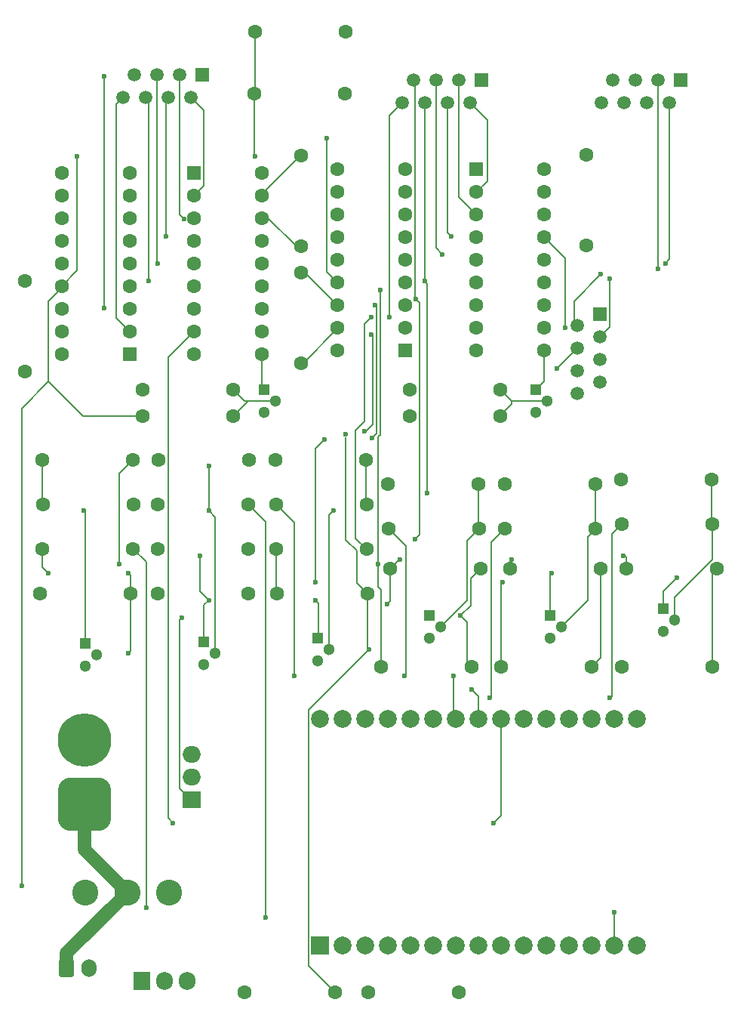
<source format=gtl>
G04 #@! TF.GenerationSoftware,KiCad,Pcbnew,9.0.2*
G04 #@! TF.CreationDate,2025-06-26T10:54:21-04:00*
G04 #@! TF.ProjectId,caeluspcb,6361656c-7573-4706-9362-2e6b69636164,rev?*
G04 #@! TF.SameCoordinates,Original*
G04 #@! TF.FileFunction,Copper,L1,Top*
G04 #@! TF.FilePolarity,Positive*
%FSLAX46Y46*%
G04 Gerber Fmt 4.6, Leading zero omitted, Abs format (unit mm)*
G04 Created by KiCad (PCBNEW 9.0.2) date 2025-06-26 10:54:21*
%MOMM*%
%LPD*%
G01*
G04 APERTURE LIST*
G04 Aperture macros list*
%AMRoundRect*
0 Rectangle with rounded corners*
0 $1 Rounding radius*
0 $2 $3 $4 $5 $6 $7 $8 $9 X,Y pos of 4 corners*
0 Add a 4 corners polygon primitive as box body*
4,1,4,$2,$3,$4,$5,$6,$7,$8,$9,$2,$3,0*
0 Add four circle primitives for the rounded corners*
1,1,$1+$1,$2,$3*
1,1,$1+$1,$4,$5*
1,1,$1+$1,$6,$7*
1,1,$1+$1,$8,$9*
0 Add four rect primitives between the rounded corners*
20,1,$1+$1,$2,$3,$4,$5,0*
20,1,$1+$1,$4,$5,$6,$7,0*
20,1,$1+$1,$6,$7,$8,$9,0*
20,1,$1+$1,$8,$9,$2,$3,0*%
G04 Aperture macros list end*
G04 #@! TA.AperFunction,ComponentPad*
%ADD10R,1.300000X1.300000*%
G04 #@! TD*
G04 #@! TA.AperFunction,ComponentPad*
%ADD11C,1.300000*%
G04 #@! TD*
G04 #@! TA.AperFunction,ComponentPad*
%ADD12C,1.600000*%
G04 #@! TD*
G04 #@! TA.AperFunction,ComponentPad*
%ADD13RoundRect,0.250000X0.550000X0.550000X-0.550000X0.550000X-0.550000X-0.550000X0.550000X-0.550000X0*%
G04 #@! TD*
G04 #@! TA.AperFunction,ComponentPad*
%ADD14R,1.500000X1.500000*%
G04 #@! TD*
G04 #@! TA.AperFunction,ComponentPad*
%ADD15C,1.500000*%
G04 #@! TD*
G04 #@! TA.AperFunction,ComponentPad*
%ADD16RoundRect,1.500000X1.500000X-1.500000X1.500000X1.500000X-1.500000X1.500000X-1.500000X-1.500000X0*%
G04 #@! TD*
G04 #@! TA.AperFunction,ComponentPad*
%ADD17C,6.000000*%
G04 #@! TD*
G04 #@! TA.AperFunction,ComponentPad*
%ADD18C,2.921000*%
G04 #@! TD*
G04 #@! TA.AperFunction,ComponentPad*
%ADD19R,2.000000X1.905000*%
G04 #@! TD*
G04 #@! TA.AperFunction,ComponentPad*
%ADD20O,2.000000X1.905000*%
G04 #@! TD*
G04 #@! TA.AperFunction,ComponentPad*
%ADD21R,1.905000X2.000000*%
G04 #@! TD*
G04 #@! TA.AperFunction,ComponentPad*
%ADD22O,1.905000X2.000000*%
G04 #@! TD*
G04 #@! TA.AperFunction,ComponentPad*
%ADD23R,2.000000X2.000000*%
G04 #@! TD*
G04 #@! TA.AperFunction,ComponentPad*
%ADD24C,2.000000*%
G04 #@! TD*
G04 #@! TA.AperFunction,ComponentPad*
%ADD25RoundRect,0.250000X-0.550000X-0.550000X0.550000X-0.550000X0.550000X0.550000X-0.550000X0.550000X0*%
G04 #@! TD*
G04 #@! TA.AperFunction,ComponentPad*
%ADD26RoundRect,0.250000X-0.600000X-0.750000X0.600000X-0.750000X0.600000X0.750000X-0.600000X0.750000X0*%
G04 #@! TD*
G04 #@! TA.AperFunction,ComponentPad*
%ADD27O,1.700000X2.000000*%
G04 #@! TD*
G04 #@! TA.AperFunction,ViaPad*
%ADD28C,0.600000*%
G04 #@! TD*
G04 #@! TA.AperFunction,Conductor*
%ADD29C,0.200000*%
G04 #@! TD*
G04 #@! TA.AperFunction,Conductor*
%ADD30C,1.500000*%
G04 #@! TD*
G04 APERTURE END LIST*
D10*
G04 #@! TO.P,Q4,1,C*
G04 #@! TO.N,Net-(Q4-C)*
X76230000Y-143230000D03*
D11*
G04 #@! TO.P,Q4,2,B*
G04 #@! TO.N,Net-(Q4-B)*
X77500000Y-144500000D03*
G04 #@! TO.P,Q4,3,E*
G04 #@! TO.N,GND*
X76230000Y-145770000D03*
G04 #@! TD*
D12*
G04 #@! TO.P,R20,1*
G04 #@! TO.N,Net-(U3-OSC2)*
X43367500Y-103180000D03*
G04 #@! TO.P,R20,2*
G04 #@! TO.N,Net-(U3-OSC1)*
X43367500Y-113340000D03*
G04 #@! TD*
G04 #@! TO.P,R18,1*
G04 #@! TO.N,Net-(U1-OSC2)*
X106367500Y-99260000D03*
G04 #@! TO.P,R18,2*
G04 #@! TO.N,Net-(U1-OSC1)*
X106367500Y-89100000D03*
G04 #@! TD*
D13*
G04 #@! TO.P,U2,1,NC*
G04 #@! TO.N,unconnected-(U2-NC-Pad1)*
X86045000Y-111040000D03*
D12*
G04 #@! TO.P,U2,2,A0*
G04 #@! TO.N,IGN_O*
X86045000Y-108500000D03*
G04 #@! TO.P,U2,3,A1*
G04 #@! TO.N,MPV_2O*
X86045000Y-105960000D03*
G04 #@! TO.P,U2,4,A2*
G04 #@! TO.N,MPV_1O*
X86045000Y-103420000D03*
G04 #@! TO.P,U2,5,A3*
G04 #@! TO.N,Net-(U1-A3)*
X86045000Y-100880000D03*
G04 #@! TO.P,U2,6,A4*
G04 #@! TO.N,Net-(U1-A2)*
X86045000Y-98340000D03*
G04 #@! TO.P,U2,7,A5*
G04 #@! TO.N,Net-(U1-A1)*
X86045000Y-95800000D03*
G04 #@! TO.P,U2,8,A6*
G04 #@! TO.N,Net-(U1-A0)*
X86045000Y-93260000D03*
G04 #@! TO.P,U2,9,A7*
G04 #@! TO.N,unconnected-(U2-A7-Pad9)*
X86045000Y-90720000D03*
G04 #@! TO.P,U2,10,VSS*
G04 #@! TO.N,GND*
X78425000Y-90720000D03*
G04 #@! TO.P,U2,11,AD8*
G04 #@! TO.N,unconnected-(U2-AD8-Pad11)*
X78425000Y-93260000D03*
G04 #@! TO.P,U2,12,AD9*
G04 #@! TO.N,unconnected-(U2-AD9-Pad12)*
X78425000Y-95800000D03*
G04 #@! TO.P,U2,13,AD10*
G04 #@! TO.N,unconnected-(U2-AD10-Pad13)*
X78425000Y-98340000D03*
G04 #@! TO.P,U2,14,AD11*
G04 #@! TO.N,unconnected-(U2-AD11-Pad14)*
X78425000Y-100880000D03*
G04 #@! TO.P,U2,15,~{TE}*
G04 #@! TO.N,DEC*
X78425000Y-103420000D03*
G04 #@! TO.P,U2,16,OSC2*
G04 #@! TO.N,Net-(U2-OSC2)*
X78425000Y-105960000D03*
G04 #@! TO.P,U2,17,OSC1*
G04 #@! TO.N,Net-(U2-OSC1)*
X78425000Y-108500000D03*
G04 #@! TO.P,U2,18,DOUT*
G04 #@! TO.N,DOUT_2*
X78425000Y-111040000D03*
G04 #@! TD*
G04 #@! TO.P,R24,1*
G04 #@! TO.N,Net-(Q6-B)*
X107350000Y-126000000D03*
G04 #@! TO.P,R24,2*
G04 #@! TO.N,GND*
X97190000Y-126000000D03*
G04 #@! TD*
G04 #@! TO.P,R32,1*
G04 #@! TO.N,MPV_1O*
X83340000Y-146500000D03*
G04 #@! TO.P,R32,2*
G04 #@! TO.N,Net-(Q5-C)*
X93500000Y-146500000D03*
G04 #@! TD*
G04 #@! TO.P,R26,1*
G04 #@! TO.N,Net-(Q6-C)*
X108000000Y-135500000D03*
G04 #@! TO.P,R26,2*
G04 #@! TO.N,+12V*
X97840000Y-135500000D03*
G04 #@! TD*
D14*
G04 #@! TO.P,J2,1*
G04 #@! TO.N,GND*
X94580000Y-80730000D03*
D15*
G04 #@! TO.P,J2,2*
G04 #@! TO.N,Net-(U1-A0)*
X93310000Y-83270000D03*
G04 #@! TO.P,J2,3*
G04 #@! TO.N,Net-(U1-A1)*
X92040000Y-80730000D03*
G04 #@! TO.P,J2,4*
G04 #@! TO.N,Net-(U1-A2)*
X90770000Y-83270000D03*
G04 #@! TO.P,J2,5*
G04 #@! TO.N,Net-(U1-A3)*
X89500000Y-80730000D03*
G04 #@! TO.P,J2,6*
G04 #@! TO.N,MPV_1*
X88230000Y-83270000D03*
G04 #@! TO.P,J2,7*
G04 #@! TO.N,MPV_2*
X86960000Y-80730000D03*
G04 #@! TO.P,J2,8*
G04 #@! TO.N,IGN*
X85690000Y-83270000D03*
G04 #@! TD*
D12*
G04 #@! TO.P,R21,1*
G04 #@! TO.N,Net-(Q5-B)*
X94270000Y-126000000D03*
G04 #@! TO.P,R21,2*
G04 #@! TO.N,GND*
X84110000Y-126000000D03*
G04 #@! TD*
G04 #@! TO.P,R7,1*
G04 #@! TO.N,MPV_2*
X68430000Y-133270000D03*
G04 #@! TO.P,R7,2*
G04 #@! TO.N,Net-(Q3-C)*
X58270000Y-133270000D03*
G04 #@! TD*
G04 #@! TO.P,R22,1*
G04 #@! TO.N,N_O1*
X84190000Y-131000000D03*
G04 #@! TO.P,R22,2*
G04 #@! TO.N,Net-(Q5-B)*
X94350000Y-131000000D03*
G04 #@! TD*
G04 #@! TO.P,R14,1*
G04 #@! TO.N,Net-(Q2-C)*
X45350000Y-123270000D03*
G04 #@! TO.P,R14,2*
G04 #@! TO.N,MPV_1O*
X55510000Y-123270000D03*
G04 #@! TD*
D14*
G04 #@! TO.P,J1,1*
G04 #@! TO.N,GND*
X116970000Y-80730000D03*
D15*
G04 #@! TO.P,J1,2*
G04 #@! TO.N,RX*
X115700000Y-83270000D03*
G04 #@! TO.P,J1,3*
G04 #@! TO.N,TX*
X114430000Y-80730000D03*
G04 #@! TO.P,J1,4*
G04 #@! TO.N,unconnected-(J1-Pad4)*
X113160000Y-83270000D03*
G04 #@! TO.P,J1,5*
G04 #@! TO.N,unconnected-(J1-Pad5)*
X111890000Y-80730000D03*
G04 #@! TO.P,J1,6*
G04 #@! TO.N,unconnected-(J1-Pad6)*
X110620000Y-83270000D03*
G04 #@! TO.P,J1,7*
G04 #@! TO.N,unconnected-(J1-Pad7)*
X109350000Y-80730000D03*
G04 #@! TO.P,J1,8*
G04 #@! TO.N,unconnected-(J1-Pad8)*
X108080000Y-83270000D03*
G04 #@! TD*
D16*
G04 #@! TO.P,J6,1,POS*
G04 #@! TO.N,+12V*
X50075000Y-161900000D03*
D17*
G04 #@! TO.P,J6,2,NEG*
G04 #@! TO.N,GND*
X50075000Y-154700000D03*
G04 #@! TD*
D10*
G04 #@! TO.P,Q9,1,C*
G04 #@! TO.N,Net-(Q9-C)*
X70240000Y-115380000D03*
D11*
G04 #@! TO.P,Q9,2,B*
G04 #@! TO.N,Net-(Q9-B)*
X71510000Y-116650000D03*
G04 #@! TO.P,Q9,3,E*
G04 #@! TO.N,GND*
X70240000Y-117920000D03*
G04 #@! TD*
D12*
G04 #@! TO.P,R4,1*
G04 #@! TO.N,Net-(Q2-B)*
X55270000Y-138270000D03*
G04 #@! TO.P,R4,2*
G04 #@! TO.N,GND*
X45110000Y-138270000D03*
G04 #@! TD*
G04 #@! TO.P,R17,1*
G04 #@! TO.N,Net-(U5-OSC2)*
X74367500Y-99340000D03*
G04 #@! TO.P,R17,2*
G04 #@! TO.N,Net-(U5-OSC1)*
X74367500Y-89180000D03*
G04 #@! TD*
G04 #@! TO.P,R9,1*
G04 #@! TO.N,CTRL_3*
X71540000Y-128270000D03*
G04 #@! TO.P,R9,2*
G04 #@! TO.N,Net-(Q4-B)*
X81700000Y-128270000D03*
G04 #@! TD*
G04 #@! TO.P,R1,1*
G04 #@! TO.N,DEC*
X69160000Y-82260000D03*
G04 #@! TO.P,R1,2*
G04 #@! TO.N,GND*
X79320000Y-82260000D03*
G04 #@! TD*
G04 #@! TO.P,R28,1*
G04 #@! TO.N,N_O3*
X110340000Y-130500000D03*
G04 #@! TO.P,R28,2*
G04 #@! TO.N,Net-(Q7-B)*
X120500000Y-130500000D03*
G04 #@! TD*
D18*
G04 #@! TO.P,SW1,1,A*
G04 #@! TO.N,DEC*
X50177000Y-171800000D03*
G04 #@! TO.P,SW1,2,B*
G04 #@! TO.N,+12V*
X54876000Y-171800000D03*
G04 #@! TO.P,SW1,3,C*
G04 #@! TO.N,unconnected-(SW1-C-Pad3)*
X59575000Y-171800000D03*
G04 #@! TD*
D12*
G04 #@! TO.P,R19,1*
G04 #@! TO.N,Net-(U2-OSC2)*
X74367500Y-102260000D03*
G04 #@! TO.P,R19,2*
G04 #@! TO.N,Net-(U2-OSC1)*
X74367500Y-112420000D03*
G04 #@! TD*
G04 #@! TO.P,R16,1*
G04 #@! TO.N,Net-(Q4-C)*
X71620000Y-138270000D03*
G04 #@! TO.P,R16,2*
G04 #@! TO.N,IGN_O*
X81780000Y-138270000D03*
G04 #@! TD*
G04 #@! TO.P,R6,1*
G04 #@! TO.N,CTRL_2*
X68430000Y-128270000D03*
G04 #@! TO.P,R6,2*
G04 #@! TO.N,Net-(Q3-B)*
X58270000Y-128270000D03*
G04 #@! TD*
G04 #@! TO.P,R15,1*
G04 #@! TO.N,Net-(Q3-C)*
X68430000Y-138270000D03*
G04 #@! TO.P,R15,2*
G04 #@! TO.N,MPV_2O*
X58270000Y-138270000D03*
G04 #@! TD*
D19*
G04 #@! TO.P,U6,1,IN*
G04 #@! TO.N,+12V*
X62075000Y-161380000D03*
D20*
G04 #@! TO.P,U6,2,GND*
G04 #@! TO.N,GND*
X62075000Y-158840000D03*
G04 #@! TO.P,U6,3,OUT*
G04 #@! TO.N,+5V*
X62075000Y-156300000D03*
G04 #@! TD*
D10*
G04 #@! TO.P,Q7,1,C*
G04 #@! TO.N,Net-(Q7-C)*
X115000000Y-140000000D03*
D11*
G04 #@! TO.P,Q7,2,B*
G04 #@! TO.N,Net-(Q7-B)*
X116270000Y-141270000D03*
G04 #@! TO.P,Q7,3,E*
G04 #@! TO.N,GND*
X115000000Y-142540000D03*
G04 #@! TD*
D12*
G04 #@! TO.P,R35,1*
G04 #@! TO.N,Net-(Q9-B)*
X66740000Y-115380000D03*
G04 #@! TO.P,R35,2*
G04 #@! TO.N,GND*
X56580000Y-115380000D03*
G04 #@! TD*
G04 #@! TO.P,R27,1*
G04 #@! TO.N,Net-(Q7-B)*
X120420000Y-125500000D03*
G04 #@! TO.P,R27,2*
G04 #@! TO.N,GND*
X110260000Y-125500000D03*
G04 #@! TD*
D21*
G04 #@! TO.P,Q1,1,G*
G04 #@! TO.N,Net-(Q1-G)*
X56535000Y-181750000D03*
D22*
G04 #@! TO.P,Q1,2,D*
G04 #@! TO.N,Net-(J5-NEG)*
X59075000Y-181750000D03*
G04 #@! TO.P,Q1,3,S*
G04 #@! TO.N,GND*
X61615000Y-181750000D03*
G04 #@! TD*
D12*
G04 #@! TO.P,R3,1*
G04 #@! TO.N,CTRL_1*
X55510000Y-133270000D03*
G04 #@! TO.P,R3,2*
G04 #@! TO.N,Net-(Q2-B)*
X45350000Y-133270000D03*
G04 #@! TD*
G04 #@! TO.P,R11,1*
G04 #@! TO.N,DEC*
X69240000Y-75260000D03*
G04 #@! TO.P,R11,2*
G04 #@! TO.N,GND*
X79400000Y-75260000D03*
G04 #@! TD*
G04 #@! TO.P,R25,1*
G04 #@! TO.N,N_O2*
X97270000Y-131000000D03*
G04 #@! TO.P,R25,2*
G04 #@! TO.N,Net-(Q6-B)*
X107430000Y-131000000D03*
G04 #@! TD*
D13*
G04 #@! TO.P,U3,1,NC*
G04 #@! TO.N,unconnected-(U3-NC-Pad1)*
X55127500Y-111420000D03*
D12*
G04 #@! TO.P,U3,2,A0*
G04 #@! TO.N,AUTO*
X55127500Y-108880000D03*
G04 #@! TO.P,U3,3,A1*
G04 #@! TO.N,Net-(U3-A1)*
X55127500Y-106340000D03*
G04 #@! TO.P,U3,4,A2*
G04 #@! TO.N,Net-(U3-A2)*
X55127500Y-103800000D03*
G04 #@! TO.P,U3,5,A3*
G04 #@! TO.N,Net-(U3-A3)*
X55127500Y-101260000D03*
G04 #@! TO.P,U3,6,A4*
G04 #@! TO.N,Net-(U3-A4)*
X55127500Y-98720000D03*
G04 #@! TO.P,U3,7,A5*
G04 #@! TO.N,Net-(U3-A5)*
X55127500Y-96180000D03*
G04 #@! TO.P,U3,8,A6*
G04 #@! TO.N,Net-(U3-A6)*
X55127500Y-93640000D03*
G04 #@! TO.P,U3,9,A7*
G04 #@! TO.N,unconnected-(U3-A7-Pad9)*
X55127500Y-91100000D03*
G04 #@! TO.P,U3,10,VSS*
G04 #@! TO.N,GND*
X47507500Y-91100000D03*
G04 #@! TO.P,U3,11,AD8*
G04 #@! TO.N,unconnected-(U3-AD8-Pad11)*
X47507500Y-93640000D03*
G04 #@! TO.P,U3,12,AD9*
G04 #@! TO.N,unconnected-(U3-AD9-Pad12)*
X47507500Y-96180000D03*
G04 #@! TO.P,U3,13,AD10*
G04 #@! TO.N,unconnected-(U3-AD10-Pad13)*
X47507500Y-98720000D03*
G04 #@! TO.P,U3,14,AD11*
G04 #@! TO.N,unconnected-(U3-AD11-Pad14)*
X47507500Y-101260000D03*
G04 #@! TO.P,U3,15,~{TE}*
G04 #@! TO.N,DEC*
X47507500Y-103800000D03*
G04 #@! TO.P,U3,16,OSC2*
G04 #@! TO.N,Net-(U3-OSC2)*
X47507500Y-106340000D03*
G04 #@! TO.P,U3,17,OSC1*
G04 #@! TO.N,Net-(U3-OSC1)*
X47507500Y-108880000D03*
G04 #@! TO.P,U3,18,DOUT*
G04 #@! TO.N,DOUT*
X47507500Y-111420000D03*
G04 #@! TD*
G04 #@! TO.P,R36,1*
G04 #@! TO.N,DEC*
X56580000Y-118380000D03*
G04 #@! TO.P,R36,2*
G04 #@! TO.N,Net-(Q9-B)*
X66740000Y-118380000D03*
G04 #@! TD*
D23*
G04 #@! TO.P,U4,1,3V3*
G04 #@! TO.N,unconnected-(U4-3V3-Pad1)*
X76485000Y-177700000D03*
D24*
G04 #@! TO.P,U4,2,GND*
G04 #@! TO.N,GND*
X79025000Y-177700000D03*
G04 #@! TO.P,U4,3,D15*
G04 #@! TO.N,unconnected-(U4-D15-Pad3)*
X81565000Y-177700000D03*
G04 #@! TO.P,U4,4,D2*
G04 #@! TO.N,unconnected-(U4-D2-Pad4)*
X84105000Y-177700000D03*
G04 #@! TO.P,U4,5,D4*
G04 #@! TO.N,unconnected-(U4-D4-Pad5)*
X86645000Y-177700000D03*
G04 #@! TO.P,U4,6,RX2*
G04 #@! TO.N,unconnected-(U4-RX2-Pad6)*
X89185000Y-177700000D03*
G04 #@! TO.P,U4,7,TX2*
G04 #@! TO.N,unconnected-(U4-TX2-Pad7)*
X91725000Y-177700000D03*
G04 #@! TO.P,U4,8,D5*
G04 #@! TO.N,unconnected-(U4-D5-Pad8)*
X94265000Y-177700000D03*
G04 #@! TO.P,U4,9,D18*
G04 #@! TO.N,unconnected-(U4-D18-Pad9)*
X96805000Y-177700000D03*
G04 #@! TO.P,U4,10,D19*
G04 #@! TO.N,unconnected-(U4-D19-Pad10)*
X99345000Y-177700000D03*
G04 #@! TO.P,U4,11,D21*
G04 #@! TO.N,unconnected-(U4-D21-Pad11)*
X101885000Y-177700000D03*
G04 #@! TO.P,U4,12,RX0*
G04 #@! TO.N,unconnected-(U4-RX0-Pad12)*
X104425000Y-177700000D03*
G04 #@! TO.P,U4,13,TX0*
G04 #@! TO.N,unconnected-(U4-TX0-Pad13)*
X106965000Y-177700000D03*
G04 #@! TO.P,U4,14,D22*
G04 #@! TO.N,CTRL_1*
X109505000Y-177700000D03*
G04 #@! TO.P,U4,15,D23*
G04 #@! TO.N,CTRL_2*
X112045000Y-177700000D03*
G04 #@! TO.P,U4,16,EN*
G04 #@! TO.N,unconnected-(U4-EN-Pad16)*
X112045000Y-152300000D03*
G04 #@! TO.P,U4,17,VP*
G04 #@! TO.N,unconnected-(U4-VP-Pad17)*
X109505000Y-152300000D03*
G04 #@! TO.P,U4,18,VN*
G04 #@! TO.N,unconnected-(U4-VN-Pad18)*
X106965000Y-152300000D03*
G04 #@! TO.P,U4,19,D34*
G04 #@! TO.N,unconnected-(U4-D34-Pad19)*
X104425000Y-152300000D03*
G04 #@! TO.P,U4,20,D35*
G04 #@! TO.N,unconnected-(U4-D35-Pad20)*
X101885000Y-152300000D03*
G04 #@! TO.P,U4,21,D32*
G04 #@! TO.N,N_O3*
X99345000Y-152300000D03*
G04 #@! TO.P,U4,22,D33*
G04 #@! TO.N,AUTO*
X96805000Y-152300000D03*
G04 #@! TO.P,U4,23,D25*
G04 #@! TO.N,CTRL_3*
X94265000Y-152300000D03*
G04 #@! TO.P,U4,24,D26*
G04 #@! TO.N,N_O1*
X91725000Y-152300000D03*
G04 #@! TO.P,U4,25,D27*
G04 #@! TO.N,N_O2*
X89185000Y-152300000D03*
G04 #@! TO.P,U4,26,D14*
G04 #@! TO.N,unconnected-(U4-D14-Pad26)*
X86645000Y-152300000D03*
G04 #@! TO.P,U4,27,D12*
G04 #@! TO.N,unconnected-(U4-D12-Pad27)*
X84105000Y-152300000D03*
G04 #@! TO.P,U4,28,D13*
G04 #@! TO.N,unconnected-(U4-D13-Pad28)*
X81565000Y-152300000D03*
G04 #@! TO.P,U4,29,GND*
G04 #@! TO.N,GND*
X79025000Y-152300000D03*
G04 #@! TO.P,U4,30,VIN*
G04 #@! TO.N,+5V*
X76485000Y-152300000D03*
G04 #@! TD*
D12*
G04 #@! TO.P,R12,1*
G04 #@! TO.N,Net-(Q1-G)*
X68000000Y-183000000D03*
G04 #@! TO.P,R12,2*
G04 #@! TO.N,IGN_O*
X78160000Y-183000000D03*
G04 #@! TD*
D10*
G04 #@! TO.P,Q6,1,C*
G04 #@! TO.N,Net-(Q6-C)*
X102270000Y-140730000D03*
D11*
G04 #@! TO.P,Q6,2,B*
G04 #@! TO.N,Net-(Q6-B)*
X103540000Y-142000000D03*
G04 #@! TO.P,Q6,3,E*
G04 #@! TO.N,GND*
X102270000Y-143270000D03*
G04 #@! TD*
D12*
G04 #@! TO.P,R29,1*
G04 #@! TO.N,Net-(Q7-C)*
X121000000Y-135500000D03*
G04 #@! TO.P,R29,2*
G04 #@! TO.N,+12V*
X110840000Y-135500000D03*
G04 #@! TD*
G04 #@! TO.P,R31,1*
G04 #@! TO.N,MPV_2O*
X96840000Y-146500000D03*
G04 #@! TO.P,R31,2*
G04 #@! TO.N,Net-(Q6-C)*
X107000000Y-146500000D03*
G04 #@! TD*
G04 #@! TO.P,R10,1*
G04 #@! TO.N,IGN*
X81700000Y-133270000D03*
G04 #@! TO.P,R10,2*
G04 #@! TO.N,Net-(Q4-C)*
X71540000Y-133270000D03*
G04 #@! TD*
G04 #@! TO.P,R2,1*
G04 #@! TO.N,MPV_1*
X55590000Y-128270000D03*
G04 #@! TO.P,R2,2*
G04 #@! TO.N,Net-(Q2-C)*
X45430000Y-128270000D03*
G04 #@! TD*
G04 #@! TO.P,R13,1*
G04 #@! TO.N,GND*
X92080000Y-183000000D03*
G04 #@! TO.P,R13,2*
G04 #@! TO.N,Net-(Q1-G)*
X81920000Y-183000000D03*
G04 #@! TD*
G04 #@! TO.P,R33,1*
G04 #@! TO.N,Net-(Q8-B)*
X96740000Y-115380000D03*
G04 #@! TO.P,R33,2*
G04 #@! TO.N,GND*
X86580000Y-115380000D03*
G04 #@! TD*
D25*
G04 #@! TO.P,U5,1,NC*
G04 #@! TO.N,unconnected-(U5-NC-Pad1)*
X62367500Y-91100000D03*
D12*
G04 #@! TO.P,U5,2,A0*
G04 #@! TO.N,Net-(U3-A6)*
X62367500Y-93640000D03*
G04 #@! TO.P,U5,3,A1*
G04 #@! TO.N,Net-(U3-A5)*
X62367500Y-96180000D03*
G04 #@! TO.P,U5,4,A2*
G04 #@! TO.N,Net-(U3-A4)*
X62367500Y-98720000D03*
G04 #@! TO.P,U5,5,A3*
G04 #@! TO.N,Net-(U3-A3)*
X62367500Y-101260000D03*
G04 #@! TO.P,U5,6,A4*
G04 #@! TO.N,Net-(U3-A2)*
X62367500Y-103800000D03*
G04 #@! TO.P,U5,7,A5*
G04 #@! TO.N,Net-(U3-A1)*
X62367500Y-106340000D03*
G04 #@! TO.P,U5,8,A6*
G04 #@! TO.N,AUTO*
X62367500Y-108880000D03*
G04 #@! TO.P,U5,9,A7*
G04 #@! TO.N,unconnected-(U5-A7-Pad9)*
X62367500Y-111420000D03*
G04 #@! TO.P,U5,10,VSS*
G04 #@! TO.N,Net-(Q9-C)*
X69987500Y-111420000D03*
G04 #@! TO.P,U5,11,D8*
G04 #@! TO.N,unconnected-(U5-D8-Pad11)*
X69987500Y-108880000D03*
G04 #@! TO.P,U5,12,D9*
G04 #@! TO.N,unconnected-(U5-D9-Pad12)*
X69987500Y-106340000D03*
G04 #@! TO.P,U5,13,D10*
G04 #@! TO.N,unconnected-(U5-D10-Pad13)*
X69987500Y-103800000D03*
G04 #@! TO.P,U5,14,D11*
G04 #@! TO.N,unconnected-(U5-D11-Pad14)*
X69987500Y-101260000D03*
G04 #@! TO.P,U5,15,DIN*
G04 #@! TO.N,DOUT*
X69987500Y-98720000D03*
G04 #@! TO.P,U5,16,OSC2*
G04 #@! TO.N,Net-(U5-OSC2)*
X69987500Y-96180000D03*
G04 #@! TO.P,U5,17,OSC1*
G04 #@! TO.N,Net-(U5-OSC1)*
X69987500Y-93640000D03*
G04 #@! TO.P,U5,18,VT*
G04 #@! TO.N,unconnected-(U5-VT-Pad18)*
X69987500Y-91100000D03*
G04 #@! TD*
D14*
G04 #@! TO.P,J3,1*
G04 #@! TO.N,GND*
X63287500Y-80130000D03*
D15*
G04 #@! TO.P,J3,2*
G04 #@! TO.N,Net-(U3-A6)*
X62017500Y-82670000D03*
G04 #@! TO.P,J3,3*
G04 #@! TO.N,Net-(U3-A5)*
X60747500Y-80130000D03*
G04 #@! TO.P,J3,4*
G04 #@! TO.N,Net-(U3-A4)*
X59477500Y-82670000D03*
G04 #@! TO.P,J3,5*
G04 #@! TO.N,Net-(U3-A3)*
X58207500Y-80130000D03*
G04 #@! TO.P,J3,6*
G04 #@! TO.N,Net-(U3-A2)*
X56937500Y-82670000D03*
G04 #@! TO.P,J3,7*
G04 #@! TO.N,Net-(U3-A1)*
X55667500Y-80130000D03*
G04 #@! TO.P,J3,8*
G04 #@! TO.N,AUTO*
X54397500Y-82670000D03*
G04 #@! TD*
D12*
G04 #@! TO.P,R8,1*
G04 #@! TO.N,Net-(Q4-B)*
X81620000Y-123270000D03*
G04 #@! TO.P,R8,2*
G04 #@! TO.N,GND*
X71460000Y-123270000D03*
G04 #@! TD*
G04 #@! TO.P,R34,1*
G04 #@! TO.N,DEC*
X86580000Y-118380000D03*
G04 #@! TO.P,R34,2*
G04 #@! TO.N,Net-(Q8-B)*
X96740000Y-118380000D03*
G04 #@! TD*
D10*
G04 #@! TO.P,Q8,1,C*
G04 #@! TO.N,Net-(Q8-C)*
X100740000Y-115380000D03*
D11*
G04 #@! TO.P,Q8,2,B*
G04 #@! TO.N,Net-(Q8-B)*
X102010000Y-116650000D03*
G04 #@! TO.P,Q8,3,E*
G04 #@! TO.N,GND*
X100740000Y-117920000D03*
G04 #@! TD*
D12*
G04 #@! TO.P,R30,1*
G04 #@! TO.N,IGN_O*
X110340000Y-146500000D03*
G04 #@! TO.P,R30,2*
G04 #@! TO.N,Net-(Q7-C)*
X120500000Y-146500000D03*
G04 #@! TD*
D10*
G04 #@! TO.P,Q2,1,C*
G04 #@! TO.N,Net-(Q2-C)*
X50160000Y-143880000D03*
D11*
G04 #@! TO.P,Q2,2,B*
G04 #@! TO.N,Net-(Q2-B)*
X51430000Y-145150000D03*
G04 #@! TO.P,Q2,3,E*
G04 #@! TO.N,GND*
X50160000Y-146420000D03*
G04 #@! TD*
D12*
G04 #@! TO.P,R23,1*
G04 #@! TO.N,Net-(Q5-C)*
X94500000Y-135500000D03*
G04 #@! TO.P,R23,2*
G04 #@! TO.N,+12V*
X84340000Y-135500000D03*
G04 #@! TD*
D25*
G04 #@! TO.P,U1,1,NC*
G04 #@! TO.N,unconnected-(U1-NC-Pad1)*
X94045000Y-90720000D03*
D12*
G04 #@! TO.P,U1,2,A0*
G04 #@! TO.N,Net-(U1-A0)*
X94045000Y-93260000D03*
G04 #@! TO.P,U1,3,A1*
G04 #@! TO.N,Net-(U1-A1)*
X94045000Y-95800000D03*
G04 #@! TO.P,U1,4,A2*
G04 #@! TO.N,Net-(U1-A2)*
X94045000Y-98340000D03*
G04 #@! TO.P,U1,5,A3*
G04 #@! TO.N,Net-(U1-A3)*
X94045000Y-100880000D03*
G04 #@! TO.P,U1,6,A4*
G04 #@! TO.N,MPV_1*
X94045000Y-103420000D03*
G04 #@! TO.P,U1,7,A5*
G04 #@! TO.N,MPV_2*
X94045000Y-105960000D03*
G04 #@! TO.P,U1,8,A6*
G04 #@! TO.N,IGN*
X94045000Y-108500000D03*
G04 #@! TO.P,U1,9,A7*
G04 #@! TO.N,unconnected-(U1-A7-Pad9)*
X94045000Y-111040000D03*
G04 #@! TO.P,U1,10,VSS*
G04 #@! TO.N,Net-(Q8-C)*
X101665000Y-111040000D03*
G04 #@! TO.P,U1,11,D8*
G04 #@! TO.N,unconnected-(U1-D8-Pad11)*
X101665000Y-108500000D03*
G04 #@! TO.P,U1,12,D9*
G04 #@! TO.N,unconnected-(U1-D9-Pad12)*
X101665000Y-105960000D03*
G04 #@! TO.P,U1,13,D10*
G04 #@! TO.N,unconnected-(U1-D10-Pad13)*
X101665000Y-103420000D03*
G04 #@! TO.P,U1,14,D11*
G04 #@! TO.N,unconnected-(U1-D11-Pad14)*
X101665000Y-100880000D03*
G04 #@! TO.P,U1,15,DIN*
G04 #@! TO.N,DOUT_2*
X101665000Y-98340000D03*
G04 #@! TO.P,U1,16,OSC2*
G04 #@! TO.N,Net-(U1-OSC2)*
X101665000Y-95800000D03*
G04 #@! TO.P,U1,17,OSC1*
G04 #@! TO.N,Net-(U1-OSC1)*
X101665000Y-93260000D03*
G04 #@! TO.P,U1,18,VT*
G04 #@! TO.N,unconnected-(U1-VT-Pad18)*
X101665000Y-90720000D03*
G04 #@! TD*
D26*
G04 #@! TO.P,J5,1,POS*
G04 #@! TO.N,+12V*
X48075000Y-180300000D03*
D27*
G04 #@! TO.P,J5,2,NEG*
G04 #@! TO.N,Net-(J5-NEG)*
X50575000Y-180300000D03*
G04 #@! TD*
D10*
G04 #@! TO.P,Q5,1,C*
G04 #@! TO.N,Net-(Q5-C)*
X88730000Y-140730000D03*
D11*
G04 #@! TO.P,Q5,2,B*
G04 #@! TO.N,Net-(Q5-B)*
X90000000Y-142000000D03*
G04 #@! TO.P,Q5,3,E*
G04 #@! TO.N,GND*
X88730000Y-143270000D03*
G04 #@! TD*
D12*
G04 #@! TO.P,R5,1*
G04 #@! TO.N,Net-(Q3-B)*
X68510000Y-123270000D03*
G04 #@! TO.P,R5,2*
G04 #@! TO.N,GND*
X58350000Y-123270000D03*
G04 #@! TD*
D10*
G04 #@! TO.P,Q3,1,C*
G04 #@! TO.N,Net-(Q3-C)*
X63430000Y-143730000D03*
D11*
G04 #@! TO.P,Q3,2,B*
G04 #@! TO.N,Net-(Q3-B)*
X64700000Y-145000000D03*
G04 #@! TO.P,Q3,3,E*
G04 #@! TO.N,GND*
X63430000Y-146270000D03*
G04 #@! TD*
D14*
G04 #@! TO.P,J4,1*
G04 #@! TO.N,GND*
X107890000Y-106977500D03*
D15*
G04 #@! TO.P,J4,2*
G04 #@! TO.N,RX*
X105350000Y-108247500D03*
G04 #@! TO.P,J4,3*
G04 #@! TO.N,TX*
X107890000Y-109517500D03*
G04 #@! TO.P,J4,4*
G04 #@! TO.N,DOUT*
X105350000Y-110787500D03*
G04 #@! TO.P,J4,5*
G04 #@! TO.N,DOUT_2*
X107890000Y-112057500D03*
G04 #@! TO.P,J4,6*
G04 #@! TO.N,unconnected-(J4-Pad6)*
X105350000Y-113327500D03*
G04 #@! TO.P,J4,7*
G04 #@! TO.N,unconnected-(J4-Pad7)*
X107890000Y-114597500D03*
G04 #@! TO.P,J4,8*
G04 #@! TO.N,unconnected-(J4-Pad8)*
X105350000Y-115867500D03*
G04 #@! TD*
D28*
G04 #@! TO.N,RX*
X108000000Y-102500000D03*
X115240000Y-101260000D03*
G04 #@! TO.N,TX*
X109000000Y-103000000D03*
X114430000Y-101860000D03*
G04 #@! TO.N,MPV_2*
X87240000Y-105260000D03*
X87169000Y-132169000D03*
G04 #@! TO.N,IGN*
X84240000Y-107260000D03*
X82239000Y-107317205D03*
G04 #@! TO.N,Net-(U3-A3)*
X58240000Y-101260000D03*
G04 #@! TO.N,Net-(U3-A2)*
X57240000Y-103260000D03*
G04 #@! TO.N,Net-(U3-A4)*
X59240000Y-98260000D03*
G04 #@! TO.N,MPV_1*
X88240000Y-103260000D03*
X88500000Y-127000000D03*
G04 #@! TO.N,Net-(U1-A3)*
X90240000Y-100260000D03*
G04 #@! TO.N,Net-(U3-A1)*
X52240000Y-80260000D03*
X52240000Y-106260000D03*
G04 #@! TO.N,Net-(U1-A2)*
X91240000Y-98260000D03*
G04 #@! TO.N,Net-(U3-A5)*
X61240000Y-96260000D03*
G04 #@! TO.N,DOUT_2*
X104000000Y-108500000D03*
G04 #@! TO.N,DOUT*
X103058750Y-113078750D03*
G04 #@! TO.N,AUTO*
X60000000Y-164000000D03*
X96000000Y-164000000D03*
G04 #@! TO.N,+12V*
X61000000Y-141000000D03*
X110500000Y-134000000D03*
X98000000Y-134500000D03*
X85500000Y-134500000D03*
X84000000Y-139500000D03*
G04 #@! TO.N,Net-(Q2-C)*
X50000000Y-129000000D03*
G04 #@! TO.N,Net-(Q2-B)*
X55000000Y-145000000D03*
X46000000Y-136000000D03*
X55000000Y-136000000D03*
G04 #@! TO.N,Net-(Q3-C)*
X63000000Y-134000000D03*
X64000000Y-139000000D03*
G04 #@! TO.N,Net-(Q3-B)*
X64000000Y-124000000D03*
X64000000Y-129000000D03*
G04 #@! TO.N,Net-(Q4-C)*
X76000000Y-139000000D03*
G04 #@! TO.N,Net-(Q4-B)*
X78000000Y-129000000D03*
G04 #@! TO.N,MPV_1O*
X54000000Y-135000000D03*
X83000000Y-135000000D03*
X83240000Y-104260000D03*
G04 #@! TO.N,MPV_2O*
X82320000Y-120820000D03*
X76000000Y-137000000D03*
X77000000Y-121000000D03*
X97000000Y-137000000D03*
X82640000Y-105960000D03*
G04 #@! TO.N,IGN_O*
X82000000Y-144500000D03*
X81500000Y-120081000D03*
X82239000Y-109260000D03*
X79399000Y-120400000D03*
G04 #@! TO.N,DEC*
X69240000Y-89260000D03*
X77240000Y-87260000D03*
X43000000Y-171000000D03*
X49240000Y-89260000D03*
G04 #@! TO.N,CTRL_1*
X109500000Y-174000000D03*
X57000000Y-173500000D03*
G04 #@! TO.N,CTRL_2*
X70376000Y-174600000D03*
G04 #@! TO.N,CTRL_3*
X93500000Y-149000000D03*
X73600000Y-147500000D03*
G04 #@! TO.N,N_O1*
X86000000Y-147500000D03*
X91500000Y-147500000D03*
G04 #@! TO.N,N_O2*
X95500000Y-150000000D03*
G04 #@! TO.N,N_O3*
X109000000Y-150000000D03*
G04 #@! TO.N,Net-(Q5-C)*
X92270000Y-140730000D03*
G04 #@! TO.N,Net-(Q6-C)*
X102500000Y-136000000D03*
G04 #@! TO.N,Net-(Q7-C)*
X116500000Y-136500000D03*
G04 #@! TD*
D29*
G04 #@! TO.N,RX*
X105000000Y-105500000D02*
X105000000Y-107897500D01*
X115240000Y-101260000D02*
X115700000Y-100800000D01*
X115700000Y-100800000D02*
X115700000Y-83270000D01*
X105000000Y-107897500D02*
X105350000Y-108247500D01*
X108000000Y-102500000D02*
X105000000Y-105500000D01*
G04 #@! TO.N,TX*
X109000000Y-108407500D02*
X107890000Y-109517500D01*
X114430000Y-101860000D02*
X114430000Y-80730000D01*
X109000000Y-103000000D02*
X109000000Y-108407500D01*
G04 #@! TO.N,MPV_2*
X87681000Y-105701000D02*
X87240000Y-105260000D01*
X87681000Y-131657000D02*
X87681000Y-105701000D01*
X87146000Y-80916000D02*
X87146000Y-105166000D01*
X87169000Y-132169000D02*
X87681000Y-131657000D01*
X86960000Y-80730000D02*
X87146000Y-80916000D01*
X87146000Y-105166000D02*
X87240000Y-105260000D01*
G04 #@! TO.N,Net-(U1-A1)*
X92040000Y-93795000D02*
X94045000Y-95800000D01*
X92040000Y-80730000D02*
X92040000Y-93795000D01*
G04 #@! TO.N,IGN*
X81500000Y-108056205D02*
X81500000Y-109370943D01*
X84240000Y-84720000D02*
X84240000Y-107260000D01*
X80500000Y-132070000D02*
X81700000Y-133270000D01*
X80500000Y-120000000D02*
X80500000Y-132070000D01*
X85690000Y-83270000D02*
X84240000Y-84720000D01*
X82239000Y-107317205D02*
X81500000Y-108056205D01*
X81500000Y-119000000D02*
X80500000Y-120000000D01*
X81500000Y-109370943D02*
X81500000Y-119000000D01*
G04 #@! TO.N,Net-(U3-A3)*
X58207500Y-80130000D02*
X58207500Y-101227500D01*
X58207500Y-101227500D02*
X58240000Y-101260000D01*
G04 #@! TO.N,Net-(U3-A2)*
X57240000Y-82972500D02*
X57240000Y-103260000D01*
X56937500Y-82670000D02*
X57240000Y-82972500D01*
G04 #@! TO.N,Net-(U3-A4)*
X59477500Y-82670000D02*
X59240000Y-82907500D01*
X59240000Y-82907500D02*
X59240000Y-98260000D01*
G04 #@! TO.N,Net-(U1-A0)*
X95240000Y-92065000D02*
X94045000Y-93260000D01*
X95240000Y-85200000D02*
X95240000Y-92065000D01*
X93310000Y-83270000D02*
X95240000Y-85200000D01*
G04 #@! TO.N,MPV_1*
X88500000Y-127000000D02*
X88500000Y-103520000D01*
X88500000Y-103520000D02*
X88240000Y-103260000D01*
X88230000Y-83270000D02*
X88230000Y-103250000D01*
X88230000Y-103250000D02*
X88240000Y-103260000D01*
G04 #@! TO.N,Net-(U3-A6)*
X63468500Y-84121000D02*
X63468500Y-92539000D01*
X63468500Y-92539000D02*
X62367500Y-93640000D01*
X62017500Y-82670000D02*
X63468500Y-84121000D01*
G04 #@! TO.N,Net-(U1-A3)*
X89500000Y-80730000D02*
X89500000Y-99520000D01*
X89500000Y-99520000D02*
X90240000Y-100260000D01*
G04 #@! TO.N,Net-(U3-A1)*
X52240000Y-80260000D02*
X52240000Y-106260000D01*
G04 #@! TO.N,Net-(U1-A2)*
X90770000Y-97790000D02*
X91240000Y-98260000D01*
X90770000Y-83270000D02*
X90770000Y-97790000D01*
G04 #@! TO.N,Net-(U3-A5)*
X60747500Y-95767500D02*
X61240000Y-96260000D01*
X60747500Y-80130000D02*
X60747500Y-95767500D01*
G04 #@! TO.N,DOUT_2*
X104000000Y-100675000D02*
X101665000Y-98340000D01*
X104000000Y-108500000D02*
X104000000Y-100675000D01*
G04 #@! TO.N,DOUT*
X103058750Y-113078750D02*
X105350000Y-110787500D01*
G04 #@! TO.N,AUTO*
X53647500Y-83420000D02*
X53647500Y-107400000D01*
X59451000Y-163451000D02*
X60000000Y-164000000D01*
X62367500Y-108880000D02*
X59747500Y-111500000D01*
X59451000Y-111796500D02*
X59451000Y-163451000D01*
X59747500Y-111500000D02*
X59451000Y-111796500D01*
X96805000Y-163195000D02*
X96805000Y-152300000D01*
X96000000Y-164000000D02*
X96805000Y-163195000D01*
X53647500Y-107400000D02*
X55127500Y-108880000D01*
X54397500Y-82670000D02*
X53647500Y-83420000D01*
G04 #@! TO.N,unconnected-(J4-Pad6)*
X105350000Y-113327500D02*
X104917500Y-113760000D01*
D30*
G04 #@! TO.N,+12V*
X50075000Y-161900000D02*
X50075000Y-166999000D01*
D29*
X61000000Y-141000000D02*
X60774000Y-141226000D01*
D30*
X50075000Y-166999000D02*
X54876000Y-171800000D01*
D29*
X98000000Y-134500000D02*
X98000000Y-135340000D01*
X85441000Y-134441000D02*
X85500000Y-134500000D01*
X84340000Y-139160000D02*
X84340000Y-135500000D01*
X110840000Y-134160000D02*
X110840000Y-135500000D01*
D30*
X54876000Y-171800000D02*
X48075000Y-178601000D01*
D29*
X60774000Y-141226000D02*
X60774000Y-160079000D01*
X98000000Y-135340000D02*
X97840000Y-135500000D01*
X110500000Y-134000000D02*
X110680000Y-134000000D01*
X60774000Y-160079000D02*
X62075000Y-161380000D01*
D30*
X48075000Y-178601000D02*
X48075000Y-180300000D01*
D29*
X110680000Y-134000000D02*
X110840000Y-134160000D01*
X84000000Y-139500000D02*
X84340000Y-139160000D01*
X84340000Y-135500000D02*
X85441000Y-134399000D01*
X85441000Y-134399000D02*
X85441000Y-134441000D01*
G04 #@! TO.N,Net-(Q2-C)*
X45350000Y-123270000D02*
X45350000Y-128190000D01*
X49810000Y-144230000D02*
X50160000Y-143880000D01*
X50160000Y-129160000D02*
X50000000Y-129000000D01*
X50160000Y-143880000D02*
X50160000Y-129160000D01*
X45350000Y-128190000D02*
X45430000Y-128270000D01*
G04 #@! TO.N,Net-(Q2-B)*
X51850000Y-144730000D02*
X51430000Y-145150000D01*
X45350000Y-135350000D02*
X46000000Y-136000000D01*
X55270000Y-144730000D02*
X55270000Y-138270000D01*
X55270000Y-138270000D02*
X55270000Y-136270000D01*
X55000000Y-145000000D02*
X55270000Y-144730000D01*
X45350000Y-133270000D02*
X45350000Y-135350000D01*
X55270000Y-136270000D02*
X55000000Y-136000000D01*
G04 #@! TO.N,Net-(Q3-C)*
X63000000Y-138000000D02*
X64000000Y-139000000D01*
X63430000Y-143730000D02*
X63430000Y-139570000D01*
X63430000Y-139570000D02*
X64000000Y-139000000D01*
X63000000Y-134000000D02*
X63000000Y-138000000D01*
G04 #@! TO.N,Net-(Q3-B)*
X64700000Y-145000000D02*
X64700000Y-129700000D01*
X64000000Y-129000000D02*
X64000000Y-124000000D01*
X64700000Y-129700000D02*
X64000000Y-129000000D01*
G04 #@! TO.N,Net-(Q4-C)*
X71540000Y-133270000D02*
X71540000Y-138190000D01*
X76350000Y-139350000D02*
X76000000Y-139000000D01*
X71540000Y-138190000D02*
X71620000Y-138270000D01*
X76350000Y-143110000D02*
X76350000Y-139350000D01*
X76230000Y-143230000D02*
X76350000Y-143110000D01*
G04 #@! TO.N,Net-(Q4-B)*
X77500000Y-129500000D02*
X78000000Y-129000000D01*
X81620000Y-123270000D02*
X81620000Y-128190000D01*
X77500000Y-144500000D02*
X77500000Y-129500000D01*
X81620000Y-128190000D02*
X81700000Y-128270000D01*
G04 #@! TO.N,Net-(Q5-B)*
X94350000Y-131000000D02*
X93000000Y-132350000D01*
X93000000Y-132350000D02*
X93000000Y-139000000D01*
X93000000Y-139000000D02*
X90000000Y-142000000D01*
X94270000Y-130920000D02*
X94350000Y-131000000D01*
X94270000Y-126000000D02*
X94270000Y-130920000D01*
G04 #@! TO.N,MPV_1O*
X83000000Y-135000000D02*
X83000000Y-137500000D01*
X83000000Y-137500000D02*
X83340000Y-137840000D01*
X83009000Y-120698100D02*
X83009000Y-126678050D01*
X83240000Y-104260000D02*
X83241000Y-104261000D01*
X83340000Y-137840000D02*
X83340000Y-146500000D01*
X83241000Y-104261000D02*
X83241000Y-106208943D01*
X83240000Y-120467100D02*
X83009000Y-120698100D01*
X83241000Y-106208943D02*
X83240000Y-106209943D01*
X83240000Y-106209943D02*
X83240000Y-120467100D01*
X83009000Y-126678050D02*
X83000000Y-126687050D01*
X83000000Y-126687050D02*
X83000000Y-135000000D01*
X55510000Y-123270000D02*
X54000000Y-124780000D01*
X54000000Y-124780000D02*
X54000000Y-135000000D01*
G04 #@! TO.N,MPV_2O*
X76000000Y-122000000D02*
X77000000Y-121000000D01*
X82320000Y-120820000D02*
X82839000Y-120301000D01*
X96840000Y-146500000D02*
X96840000Y-137160000D01*
X76000000Y-137000000D02*
X76000000Y-122000000D01*
X82839000Y-106159000D02*
X82640000Y-105960000D01*
X96840000Y-137160000D02*
X97000000Y-137000000D01*
X82839000Y-120301000D02*
X82839000Y-106159000D01*
G04 #@! TO.N,Net-(Q6-B)*
X107350000Y-130920000D02*
X107430000Y-131000000D01*
X106500000Y-131930000D02*
X106500000Y-139040000D01*
X107350000Y-126000000D02*
X107350000Y-130920000D01*
X107430000Y-131000000D02*
X106500000Y-131930000D01*
X106500000Y-139040000D02*
X103540000Y-142000000D01*
G04 #@! TO.N,Net-(Q7-B)*
X120500000Y-130500000D02*
X120500000Y-134442950D01*
X120500000Y-134442950D02*
X116270000Y-138672950D01*
X116270000Y-138672950D02*
X116270000Y-141270000D01*
X120420000Y-130420000D02*
X120500000Y-130500000D01*
X120420000Y-125500000D02*
X120420000Y-130420000D01*
G04 #@! TO.N,IGN_O*
X79399000Y-132259900D02*
X80599000Y-133459900D01*
X80599000Y-137089000D02*
X81780000Y-138270000D01*
X82000000Y-144500000D02*
X81780000Y-144280000D01*
X81780000Y-144280000D02*
X81780000Y-138270000D01*
X82438000Y-109459000D02*
X82438000Y-119294900D01*
X82239000Y-109260000D02*
X82438000Y-109459000D01*
X75184000Y-151316000D02*
X75184000Y-180024000D01*
X79399000Y-120751057D02*
X79399000Y-132259900D01*
X80599000Y-133459900D02*
X80599000Y-137089000D01*
X75184000Y-180024000D02*
X78160000Y-183000000D01*
X82000000Y-144500000D02*
X75184000Y-151316000D01*
X82438000Y-119294900D02*
X81732900Y-120000000D01*
X81581000Y-120000000D02*
X81500000Y-120081000D01*
X81732900Y-120000000D02*
X81581000Y-120000000D01*
G04 #@! TO.N,DEC*
X69240000Y-75260000D02*
X69240000Y-82180000D01*
X43000000Y-117500000D02*
X46000000Y-114500000D01*
X46000000Y-105500000D02*
X47507500Y-103992500D01*
X49240000Y-102067500D02*
X49240000Y-89260000D01*
X47507500Y-103992500D02*
X47507500Y-103800000D01*
X69240000Y-82180000D02*
X69160000Y-82260000D01*
X49880000Y-118380000D02*
X46000000Y-114500000D01*
X69160000Y-89180000D02*
X69240000Y-89260000D01*
X69160000Y-82260000D02*
X69160000Y-89180000D01*
X47507500Y-103800000D02*
X49240000Y-102067500D01*
X78425000Y-103420000D02*
X77240000Y-102235000D01*
X46000000Y-114500000D02*
X46000000Y-105500000D01*
X56580000Y-118380000D02*
X49880000Y-118380000D01*
X77240000Y-102235000D02*
X77240000Y-87260000D01*
X43000000Y-171000000D02*
X43000000Y-117500000D01*
G04 #@! TO.N,CTRL_1*
X109500000Y-175500000D02*
X109505000Y-175505000D01*
X57000000Y-173500000D02*
X57000000Y-134760000D01*
X109505000Y-175505000D02*
X109505000Y-177700000D01*
X57000000Y-134760000D02*
X55510000Y-133270000D01*
X109500000Y-174000000D02*
X109500000Y-175500000D01*
G04 #@! TO.N,CTRL_2*
X70376000Y-174600000D02*
X70376000Y-130216000D01*
X68430000Y-128350000D02*
X68510000Y-128270000D01*
X70376000Y-130216000D02*
X68430000Y-128270000D01*
G04 #@! TO.N,CTRL_3*
X71120000Y-128690000D02*
X71540000Y-128270000D01*
X94265000Y-149765000D02*
X94265000Y-152300000D01*
X93500000Y-149000000D02*
X94265000Y-149765000D01*
X73600000Y-130330000D02*
X73600000Y-147500000D01*
X71540000Y-128270000D02*
X73600000Y-130330000D01*
G04 #@! TO.N,Net-(U5-OSC2)*
X74367500Y-99340000D02*
X73840000Y-99340000D01*
X73840000Y-99340000D02*
X70680000Y-96180000D01*
X70680000Y-96180000D02*
X69987500Y-96180000D01*
G04 #@! TO.N,Net-(U5-OSC1)*
X69987500Y-93512500D02*
X69987500Y-93640000D01*
X74320000Y-89180000D02*
X69987500Y-93512500D01*
X74367500Y-89180000D02*
X74320000Y-89180000D01*
G04 #@! TO.N,Net-(U2-OSC1)*
X74580000Y-112420000D02*
X78425000Y-108575000D01*
X78425000Y-108575000D02*
X78425000Y-108500000D01*
X74367500Y-112420000D02*
X74580000Y-112420000D01*
G04 #@! TO.N,Net-(U2-OSC2)*
X74367500Y-102260000D02*
X74240000Y-102387500D01*
X74240000Y-102387500D02*
X74887500Y-102387500D01*
X78425000Y-105925000D02*
X78425000Y-105960000D01*
X74887500Y-102387500D02*
X78425000Y-105925000D01*
G04 #@! TO.N,N_O1*
X86101000Y-132911000D02*
X86101000Y-147399000D01*
X84190000Y-131000000D02*
X86101000Y-132911000D01*
X91500000Y-152075000D02*
X91725000Y-152300000D01*
X91500000Y-147500000D02*
X91500000Y-152075000D01*
X86101000Y-147399000D02*
X86000000Y-147500000D01*
G04 #@! TO.N,N_O2*
X95500000Y-149978000D02*
X95739000Y-149739000D01*
X95739000Y-149739000D02*
X95739000Y-132531000D01*
X95500000Y-150000000D02*
X95500000Y-149978000D01*
X95739000Y-132531000D02*
X97270000Y-131000000D01*
G04 #@! TO.N,N_O3*
X110340000Y-130500000D02*
X109239000Y-131601000D01*
X109239000Y-149761000D02*
X109000000Y-150000000D01*
X109239000Y-131601000D02*
X109239000Y-149761000D01*
G04 #@! TO.N,Net-(Q5-C)*
X93000000Y-141500000D02*
X93000000Y-146000000D01*
X92270000Y-140730000D02*
X92230000Y-140730000D01*
X94500000Y-135500000D02*
X93401000Y-136599000D01*
X93401000Y-139599000D02*
X92270000Y-140730000D01*
X92230000Y-140730000D02*
X93000000Y-141500000D01*
X93000000Y-146000000D02*
X93500000Y-146500000D01*
X93401000Y-136599000D02*
X93401000Y-139599000D01*
G04 #@! TO.N,Net-(Q6-C)*
X102270000Y-136230000D02*
X102270000Y-140730000D01*
X102500000Y-136000000D02*
X102270000Y-136230000D01*
X108000000Y-145500000D02*
X107000000Y-146500000D01*
X108000000Y-135500000D02*
X108000000Y-145500000D01*
G04 #@! TO.N,Net-(Q7-C)*
X120500000Y-146500000D02*
X120500000Y-136000000D01*
X115000000Y-138000000D02*
X115000000Y-140000000D01*
X120500000Y-136000000D02*
X121000000Y-135500000D01*
X116500000Y-136500000D02*
X115000000Y-138000000D01*
G04 #@! TO.N,Net-(Q8-C)*
X101665000Y-114455000D02*
X100740000Y-115380000D01*
X101665000Y-111040000D02*
X101665000Y-114455000D01*
G04 #@! TO.N,Net-(Q8-B)*
X98000000Y-116660000D02*
X98010000Y-116650000D01*
X98000000Y-117000000D02*
X98000000Y-116660000D01*
X98010000Y-116650000D02*
X102010000Y-116650000D01*
X96740000Y-118260000D02*
X98000000Y-117000000D01*
X96740000Y-118380000D02*
X96740000Y-118260000D01*
X96740000Y-115380000D02*
X98010000Y-116650000D01*
G04 #@! TO.N,Net-(Q9-B)*
X68470000Y-116650000D02*
X66740000Y-118380000D01*
X68010000Y-116650000D02*
X71510000Y-116650000D01*
X71510000Y-116650000D02*
X68470000Y-116650000D01*
X66740000Y-115380000D02*
X68010000Y-116650000D01*
G04 #@! TO.N,Net-(Q9-C)*
X69987500Y-111420000D02*
X69987500Y-115127500D01*
X69987500Y-115127500D02*
X70240000Y-115380000D01*
G04 #@! TD*
M02*

</source>
